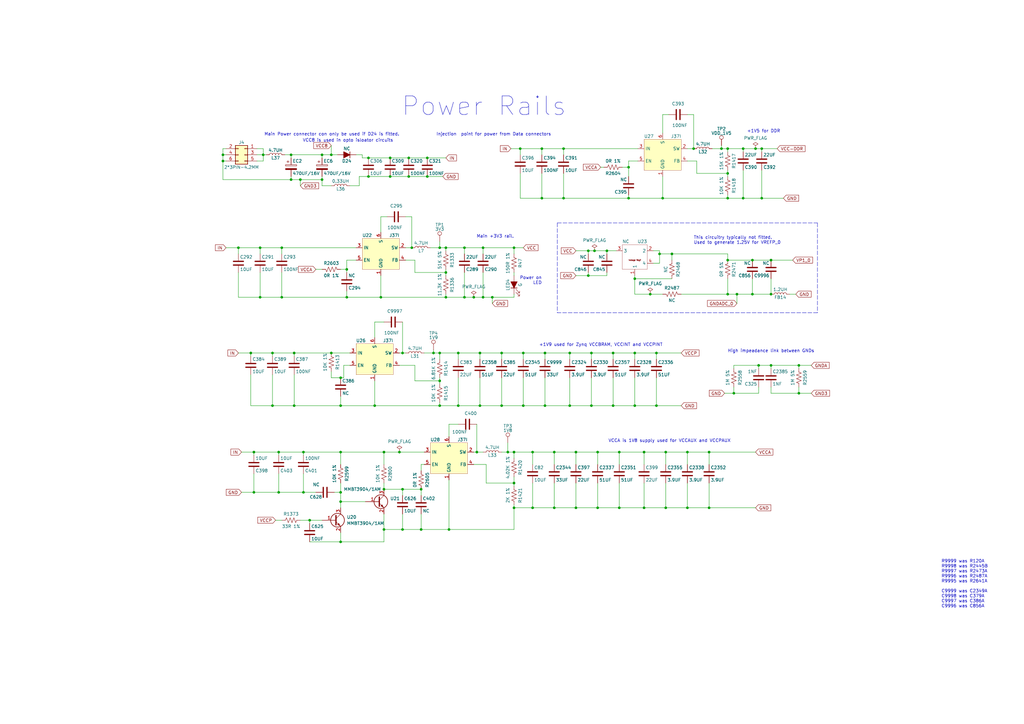
<source format=kicad_sch>
(kicad_sch (version 20210126) (generator eeschema)
  (paper "A3")
  (title_block (title "EBAZ4205 Schematic rebuild.") (date "2021-02-15") (rev "V004") (comment 1 "Some schematic symbols have been eeditted to clear DRC errors") (comment 2 "Extra PWR_FLAGS have been added to clear DRC errors") (comment 3 "Kicad does not allow refs like RxxxA some some devices have been renumbered"))
  (junction (at 91.44 63.5) (diameter 0.9144))
  (junction (at 91.44 66.04) (diameter 0.9144))
  (junction (at 97.79 101.6) (diameter 0.9144))
  (junction (at 102.87 144.78) (diameter 0.9144))
  (junction (at 104.14 185.42) (diameter 0.9144))
  (junction (at 104.14 201.93) (diameter 0.9144))
  (junction (at 106.68 101.6) (diameter 0.9144))
  (junction (at 106.68 121.92) (diameter 0.9144))
  (junction (at 107.95 63.5) (diameter 0.9144))
  (junction (at 111.76 144.78) (diameter 0.9144))
  (junction (at 111.76 166.37) (diameter 0.9144))
  (junction (at 114.3 185.42) (diameter 0.9144))
  (junction (at 114.3 201.93) (diameter 0.9144))
  (junction (at 115.57 101.6) (diameter 0.9144))
  (junction (at 115.57 121.92) (diameter 0.9144))
  (junction (at 119.38 63.5) (diameter 0.9144))
  (junction (at 119.38 73.66) (diameter 0.9144))
  (junction (at 120.65 144.78) (diameter 0.9144))
  (junction (at 120.65 166.37) (diameter 0.9144))
  (junction (at 123.19 73.66) (diameter 0.9144))
  (junction (at 124.46 185.42) (diameter 0.9144))
  (junction (at 124.46 201.93) (diameter 0.9144))
  (junction (at 127 213.36) (diameter 0.9144))
  (junction (at 132.08 63.5) (diameter 0.9144))
  (junction (at 132.08 73.66) (diameter 0.9144))
  (junction (at 135.89 63.5) (diameter 0.9144))
  (junction (at 135.89 144.78) (diameter 0.9144))
  (junction (at 139.7 154.94) (diameter 0.9144))
  (junction (at 139.7 166.37) (diameter 0.9144))
  (junction (at 139.7 185.42) (diameter 0.9144))
  (junction (at 139.7 201.93) (diameter 0.9144))
  (junction (at 139.7 205.74) (diameter 0.9144))
  (junction (at 139.7 222.25) (diameter 0.9144))
  (junction (at 142.24 110.49) (diameter 0.9144))
  (junction (at 142.24 121.92) (diameter 0.9144))
  (junction (at 151.13 64.77) (diameter 0.9144))
  (junction (at 151.13 72.39) (diameter 0.9144))
  (junction (at 153.67 166.37) (diameter 0.9144))
  (junction (at 156.21 121.92) (diameter 0.9144))
  (junction (at 157.48 185.42) (diameter 0.9144))
  (junction (at 157.48 200.66) (diameter 0.9144))
  (junction (at 157.48 217.17) (diameter 0.9144))
  (junction (at 160.02 64.77) (diameter 0.9144))
  (junction (at 160.02 72.39) (diameter 0.9144))
  (junction (at 163.83 185.42) (diameter 0.9144))
  (junction (at 165.1 144.78) (diameter 0.9144))
  (junction (at 165.1 200.66) (diameter 0.9144))
  (junction (at 165.1 217.17) (diameter 0.9144))
  (junction (at 167.64 64.77) (diameter 0.9144))
  (junction (at 167.64 72.39) (diameter 0.9144))
  (junction (at 168.91 101.6) (diameter 0.9144))
  (junction (at 172.72 200.66) (diameter 0.9144))
  (junction (at 172.72 217.17) (diameter 0.9144))
  (junction (at 175.26 64.77) (diameter 0.9144))
  (junction (at 175.26 72.39) (diameter 0.9144))
  (junction (at 177.8 144.78) (diameter 0.9144))
  (junction (at 180.34 101.6) (diameter 0.9144))
  (junction (at 180.34 144.78) (diameter 0.9144))
  (junction (at 180.34 156.21) (diameter 0.9144))
  (junction (at 180.34 166.37) (diameter 0.9144))
  (junction (at 182.88 101.6) (diameter 0.9144))
  (junction (at 182.88 111.76) (diameter 0.9144))
  (junction (at 182.88 121.92) (diameter 0.9144))
  (junction (at 184.15 217.17) (diameter 0.9144))
  (junction (at 187.96 144.78) (diameter 0.9144))
  (junction (at 187.96 166.37) (diameter 0.9144))
  (junction (at 190.5 101.6) (diameter 0.9144))
  (junction (at 190.5 121.92) (diameter 0.9144))
  (junction (at 194.31 121.92) (diameter 0.9144))
  (junction (at 195.58 185.42) (diameter 0.9144))
  (junction (at 196.85 144.78) (diameter 0.9144))
  (junction (at 196.85 166.37) (diameter 0.9144))
  (junction (at 198.12 101.6) (diameter 0.9144))
  (junction (at 198.12 121.92) (diameter 0.9144))
  (junction (at 201.93 121.92) (diameter 0.9144))
  (junction (at 205.74 144.78) (diameter 0.9144))
  (junction (at 205.74 166.37) (diameter 0.9144))
  (junction (at 208.28 185.42) (diameter 0.9144))
  (junction (at 210.82 101.6) (diameter 0.9144))
  (junction (at 210.82 185.42) (diameter 0.9144))
  (junction (at 210.82 198.12) (diameter 0.9144))
  (junction (at 210.82 208.28) (diameter 0.9144))
  (junction (at 213.36 60.96) (diameter 0.9144))
  (junction (at 214.63 144.78) (diameter 0.9144))
  (junction (at 214.63 166.37) (diameter 0.9144))
  (junction (at 218.44 185.42) (diameter 0.9144))
  (junction (at 218.44 208.28) (diameter 0.9144))
  (junction (at 222.25 60.96) (diameter 0.9144))
  (junction (at 222.25 81.28) (diameter 0.9144))
  (junction (at 223.52 144.78) (diameter 0.9144))
  (junction (at 223.52 166.37) (diameter 0.9144))
  (junction (at 227.33 185.42) (diameter 0.9144))
  (junction (at 227.33 208.28) (diameter 0.9144))
  (junction (at 231.14 60.96) (diameter 0.9144))
  (junction (at 231.14 81.28) (diameter 0.9144))
  (junction (at 233.68 144.78) (diameter 0.9144))
  (junction (at 233.68 166.37) (diameter 0.9144))
  (junction (at 236.22 185.42) (diameter 0.9144))
  (junction (at 236.22 208.28) (diameter 0.9144))
  (junction (at 241.3 102.87) (diameter 0.9144))
  (junction (at 241.3 113.03) (diameter 0.9144))
  (junction (at 242.57 144.78) (diameter 0.9144))
  (junction (at 242.57 166.37) (diameter 0.9144))
  (junction (at 243.84 102.87) (diameter 0.9144))
  (junction (at 245.11 185.42) (diameter 0.9144))
  (junction (at 245.11 208.28) (diameter 0.9144))
  (junction (at 248.92 102.87) (diameter 0.9144))
  (junction (at 251.46 144.78) (diameter 0.9144))
  (junction (at 251.46 166.37) (diameter 0.9144))
  (junction (at 254 185.42) (diameter 0.9144))
  (junction (at 254 208.28) (diameter 0.9144))
  (junction (at 257.81 68.58) (diameter 0.9144))
  (junction (at 257.81 81.28) (diameter 0.9144))
  (junction (at 260.35 114.3) (diameter 0.9144))
  (junction (at 260.35 144.78) (diameter 0.9144))
  (junction (at 260.35 166.37) (diameter 0.9144))
  (junction (at 264.16 185.42) (diameter 0.9144))
  (junction (at 264.16 208.28) (diameter 0.9144))
  (junction (at 266.7 120.65) (diameter 0.9144))
  (junction (at 269.24 144.78) (diameter 0.9144))
  (junction (at 269.24 166.37) (diameter 0.9144))
  (junction (at 270.51 104.14) (diameter 0.9144))
  (junction (at 271.78 81.28) (diameter 0.9144))
  (junction (at 273.05 185.42) (diameter 0.9144))
  (junction (at 273.05 208.28) (diameter 0.9144))
  (junction (at 275.59 104.14) (diameter 0.9144))
  (junction (at 281.94 185.42) (diameter 0.9144))
  (junction (at 281.94 208.28) (diameter 0.9144))
  (junction (at 284.48 60.96) (diameter 0.9144))
  (junction (at 290.83 185.42) (diameter 0.9144))
  (junction (at 290.83 208.28) (diameter 0.9144))
  (junction (at 295.91 60.96) (diameter 0.9144))
  (junction (at 298.45 60.96) (diameter 0.9144))
  (junction (at 298.45 71.12) (diameter 0.9144))
  (junction (at 298.45 81.28) (diameter 0.9144))
  (junction (at 298.45 106.68) (diameter 0.9144))
  (junction (at 298.45 120.65) (diameter 0.9144))
  (junction (at 300.99 161.29) (diameter 0.9144))
  (junction (at 302.26 120.65) (diameter 0.9144))
  (junction (at 304.8 60.96) (diameter 0.9144))
  (junction (at 304.8 81.28) (diameter 0.9144))
  (junction (at 308.61 106.68) (diameter 0.9144))
  (junction (at 308.61 120.65) (diameter 0.9144))
  (junction (at 309.88 60.96) (diameter 0.9144))
  (junction (at 311.15 149.86) (diameter 0.9144))
  (junction (at 312.42 60.96) (diameter 0.9144))
  (junction (at 312.42 81.28) (diameter 0.9144))
  (junction (at 316.23 106.68) (diameter 0.9144))
  (junction (at 316.23 120.65) (diameter 0.9144))
  (junction (at 316.23 149.86) (diameter 0.9144))
  (junction (at 327.66 149.86) (diameter 0.9144))
  (junction (at 327.66 161.29) (diameter 0.9144))
  (wire (pts (xy 91.44 60.96) (xy 91.44 63.5)))
  (wire (pts (xy 91.44 63.5) (xy 92.71 63.5)))
  (wire (pts (xy 91.44 66.04) (xy 91.44 63.5)))
  (wire (pts (xy 91.44 66.04) (xy 91.44 73.66)))
  (wire (pts (xy 92.71 60.96) (xy 91.44 60.96)))
  (wire (pts (xy 92.71 66.04) (xy 91.44 66.04)))
  (wire (pts (xy 97.79 101.6) (xy 92.71 101.6)))
  (wire (pts (xy 97.79 104.14) (xy 97.79 101.6)))
  (wire (pts (xy 97.79 121.92) (xy 97.79 111.76)))
  (wire (pts (xy 97.79 121.92) (xy 106.68 121.92)))
  (wire (pts (xy 97.79 144.78) (xy 102.87 144.78)))
  (wire (pts (xy 99.06 185.42) (xy 104.14 185.42)))
  (wire (pts (xy 99.06 201.93) (xy 104.14 201.93)))
  (wire (pts (xy 102.87 144.78) (xy 102.87 146.05)))
  (wire (pts (xy 102.87 144.78) (xy 111.76 144.78)))
  (wire (pts (xy 102.87 153.67) (xy 102.87 166.37)))
  (wire (pts (xy 102.87 166.37) (xy 111.76 166.37)))
  (wire (pts (xy 104.14 185.42) (xy 104.14 186.69)))
  (wire (pts (xy 104.14 185.42) (xy 114.3 185.42)))
  (wire (pts (xy 104.14 194.31) (xy 104.14 201.93)))
  (wire (pts (xy 104.14 201.93) (xy 114.3 201.93)))
  (wire (pts (xy 105.41 60.96) (xy 107.95 60.96)))
  (wire (pts (xy 105.41 63.5) (xy 107.95 63.5)))
  (wire (pts (xy 106.68 101.6) (xy 97.79 101.6)))
  (wire (pts (xy 106.68 104.14) (xy 106.68 101.6)))
  (wire (pts (xy 106.68 111.76) (xy 106.68 121.92)))
  (wire (pts (xy 106.68 121.92) (xy 115.57 121.92)))
  (wire (pts (xy 107.95 60.96) (xy 107.95 63.5)))
  (wire (pts (xy 107.95 63.5) (xy 107.95 66.04)))
  (wire (pts (xy 107.95 63.5) (xy 109.22 63.5)))
  (wire (pts (xy 107.95 66.04) (xy 105.41 66.04)))
  (wire (pts (xy 111.76 144.78) (xy 111.76 146.05)))
  (wire (pts (xy 111.76 144.78) (xy 120.65 144.78)))
  (wire (pts (xy 111.76 153.67) (xy 111.76 166.37)))
  (wire (pts (xy 111.76 166.37) (xy 120.65 166.37)))
  (wire (pts (xy 113.03 213.36) (xy 115.57 213.36)))
  (wire (pts (xy 114.3 185.42) (xy 114.3 186.69)))
  (wire (pts (xy 114.3 185.42) (xy 124.46 185.42)))
  (wire (pts (xy 114.3 194.31) (xy 114.3 201.93)))
  (wire (pts (xy 115.57 101.6) (xy 106.68 101.6)))
  (wire (pts (xy 115.57 101.6) (xy 115.57 104.14)))
  (wire (pts (xy 115.57 111.76) (xy 115.57 121.92)))
  (wire (pts (xy 115.57 121.92) (xy 142.24 121.92)))
  (wire (pts (xy 116.84 63.5) (xy 119.38 63.5)))
  (wire (pts (xy 119.38 63.5) (xy 119.38 64.77)))
  (wire (pts (xy 119.38 63.5) (xy 132.08 63.5)))
  (wire (pts (xy 119.38 73.66) (xy 91.44 73.66)))
  (wire (pts (xy 119.38 73.66) (xy 119.38 72.39)))
  (wire (pts (xy 120.65 144.78) (xy 120.65 146.05)))
  (wire (pts (xy 120.65 144.78) (xy 135.89 144.78)))
  (wire (pts (xy 120.65 153.67) (xy 120.65 166.37)))
  (wire (pts (xy 120.65 166.37) (xy 139.7 166.37)))
  (wire (pts (xy 123.19 73.66) (xy 119.38 73.66)))
  (wire (pts (xy 123.19 73.66) (xy 123.19 76.2)))
  (wire (pts (xy 123.19 213.36) (xy 127 213.36)))
  (wire (pts (xy 124.46 185.42) (xy 124.46 186.69)))
  (wire (pts (xy 124.46 185.42) (xy 139.7 185.42)))
  (wire (pts (xy 124.46 194.31) (xy 124.46 201.93)))
  (wire (pts (xy 124.46 201.93) (xy 114.3 201.93)))
  (wire (pts (xy 124.46 201.93) (xy 129.54 201.93)))
  (wire (pts (xy 127 213.36) (xy 127 214.63)))
  (wire (pts (xy 127 213.36) (xy 132.08 213.36)))
  (wire (pts (xy 127 222.25) (xy 139.7 222.25)))
  (wire (pts (xy 129.54 110.49) (xy 132.08 110.49)))
  (wire (pts (xy 132.08 63.5) (xy 132.08 64.77)))
  (wire (pts (xy 132.08 72.39) (xy 132.08 73.66)))
  (wire (pts (xy 132.08 73.66) (xy 123.19 73.66)))
  (wire (pts (xy 132.08 73.66) (xy 132.08 76.2)))
  (wire (pts (xy 135.89 59.69) (xy 135.89 63.5)))
  (wire (pts (xy 135.89 63.5) (xy 132.08 63.5)))
  (wire (pts (xy 135.89 63.5) (xy 138.43 63.5)))
  (wire (pts (xy 135.89 76.2) (xy 132.08 76.2)))
  (wire (pts (xy 135.89 144.78) (xy 143.51 144.78)))
  (wire (pts (xy 135.89 152.4) (xy 135.89 154.94)))
  (wire (pts (xy 135.89 154.94) (xy 139.7 154.94)))
  (wire (pts (xy 137.16 201.93) (xy 139.7 201.93)))
  (wire (pts (xy 139.7 110.49) (xy 142.24 110.49)))
  (wire (pts (xy 139.7 162.56) (xy 139.7 166.37)))
  (wire (pts (xy 139.7 166.37) (xy 153.67 166.37)))
  (wire (pts (xy 139.7 185.42) (xy 139.7 190.5)))
  (wire (pts (xy 139.7 198.12) (xy 139.7 201.93)))
  (wire (pts (xy 139.7 201.93) (xy 139.7 205.74)))
  (wire (pts (xy 139.7 205.74) (xy 139.7 208.28)))
  (wire (pts (xy 139.7 205.74) (xy 149.86 205.74)))
  (wire (pts (xy 139.7 218.44) (xy 139.7 222.25)))
  (wire (pts (xy 139.7 222.25) (xy 157.48 222.25)))
  (wire (pts (xy 140.97 149.86) (xy 140.97 154.94)))
  (wire (pts (xy 140.97 154.94) (xy 139.7 154.94)))
  (wire (pts (xy 142.24 106.68) (xy 142.24 110.49)))
  (wire (pts (xy 142.24 110.49) (xy 142.24 111.76)))
  (wire (pts (xy 142.24 119.38) (xy 142.24 121.92)))
  (wire (pts (xy 142.24 121.92) (xy 156.21 121.92)))
  (wire (pts (xy 143.51 76.2) (xy 147.32 76.2)))
  (wire (pts (xy 143.51 149.86) (xy 140.97 149.86)))
  (wire (pts (xy 146.05 63.5) (xy 148.59 63.5)))
  (wire (pts (xy 146.05 101.6) (xy 115.57 101.6)))
  (wire (pts (xy 146.05 106.68) (xy 142.24 106.68)))
  (wire (pts (xy 147.32 72.39) (xy 151.13 72.39)))
  (wire (pts (xy 147.32 76.2) (xy 147.32 72.39)))
  (wire (pts (xy 148.59 64.77) (xy 148.59 63.5)))
  (wire (pts (xy 151.13 64.77) (xy 148.59 64.77)))
  (wire (pts (xy 151.13 72.39) (xy 160.02 72.39)))
  (wire (pts (xy 153.67 132.08) (xy 153.67 138.43)))
  (wire (pts (xy 153.67 156.21) (xy 153.67 166.37)))
  (wire (pts (xy 153.67 166.37) (xy 180.34 166.37)))
  (wire (pts (xy 156.21 88.9) (xy 156.21 95.25)))
  (wire (pts (xy 156.21 113.03) (xy 156.21 121.92)))
  (wire (pts (xy 156.21 121.92) (xy 182.88 121.92)))
  (wire (pts (xy 157.48 132.08) (xy 153.67 132.08)))
  (wire (pts (xy 157.48 185.42) (xy 139.7 185.42)))
  (wire (pts (xy 157.48 185.42) (xy 157.48 190.5)))
  (wire (pts (xy 157.48 198.12) (xy 157.48 200.66)))
  (wire (pts (xy 157.48 200.66) (xy 165.1 200.66)))
  (wire (pts (xy 157.48 210.82) (xy 157.48 217.17)))
  (wire (pts (xy 157.48 217.17) (xy 165.1 217.17)))
  (wire (pts (xy 157.48 222.25) (xy 157.48 217.17)))
  (wire (pts (xy 158.75 88.9) (xy 156.21 88.9)))
  (wire (pts (xy 160.02 64.77) (xy 151.13 64.77)))
  (wire (pts (xy 160.02 72.39) (xy 167.64 72.39)))
  (wire (pts (xy 163.83 144.78) (xy 165.1 144.78)))
  (wire (pts (xy 163.83 149.86) (xy 170.18 149.86)))
  (wire (pts (xy 163.83 185.42) (xy 157.48 185.42)))
  (wire (pts (xy 165.1 132.08) (xy 165.1 144.78)))
  (wire (pts (xy 165.1 144.78) (xy 166.37 144.78)))
  (wire (pts (xy 165.1 200.66) (xy 165.1 203.2)))
  (wire (pts (xy 165.1 200.66) (xy 172.72 200.66)))
  (wire (pts (xy 165.1 210.82) (xy 165.1 217.17)))
  (wire (pts (xy 165.1 217.17) (xy 172.72 217.17)))
  (wire (pts (xy 166.37 88.9) (xy 168.91 88.9)))
  (wire (pts (xy 167.64 64.77) (xy 160.02 64.77)))
  (wire (pts (xy 167.64 72.39) (xy 175.26 72.39)))
  (wire (pts (xy 168.91 88.9) (xy 168.91 101.6)))
  (wire (pts (xy 168.91 101.6) (xy 166.37 101.6)))
  (wire (pts (xy 170.18 106.68) (xy 166.37 106.68)))
  (wire (pts (xy 170.18 106.68) (xy 170.18 111.76)))
  (wire (pts (xy 170.18 111.76) (xy 182.88 111.76)))
  (wire (pts (xy 170.18 149.86) (xy 170.18 156.21)))
  (wire (pts (xy 170.18 156.21) (xy 180.34 156.21)))
  (wire (pts (xy 172.72 190.5) (xy 172.72 193.04)))
  (wire (pts (xy 172.72 200.66) (xy 172.72 203.2)))
  (wire (pts (xy 172.72 217.17) (xy 172.72 210.82)))
  (wire (pts (xy 173.99 144.78) (xy 177.8 144.78)))
  (wire (pts (xy 173.99 185.42) (xy 163.83 185.42)))
  (wire (pts (xy 173.99 190.5) (xy 172.72 190.5)))
  (wire (pts (xy 175.26 64.77) (xy 167.64 64.77)))
  (wire (pts (xy 175.26 72.39) (xy 181.61 72.39)))
  (wire (pts (xy 176.53 101.6) (xy 180.34 101.6)))
  (wire (pts (xy 177.8 143.51) (xy 177.8 144.78)))
  (wire (pts (xy 180.34 99.06) (xy 180.34 101.6)))
  (wire (pts (xy 180.34 101.6) (xy 182.88 101.6)))
  (wire (pts (xy 180.34 144.78) (xy 177.8 144.78)))
  (wire (pts (xy 180.34 144.78) (xy 180.34 147.32)))
  (wire (pts (xy 180.34 144.78) (xy 187.96 144.78)))
  (wire (pts (xy 180.34 154.94) (xy 180.34 156.21)))
  (wire (pts (xy 180.34 156.21) (xy 180.34 157.48)))
  (wire (pts (xy 180.34 166.37) (xy 180.34 165.1)))
  (wire (pts (xy 182.88 64.77) (xy 175.26 64.77)))
  (wire (pts (xy 182.88 101.6) (xy 182.88 102.87)))
  (wire (pts (xy 182.88 101.6) (xy 190.5 101.6)))
  (wire (pts (xy 182.88 110.49) (xy 182.88 111.76)))
  (wire (pts (xy 182.88 111.76) (xy 182.88 113.03)))
  (wire (pts (xy 182.88 121.92) (xy 182.88 120.65)))
  (wire (pts (xy 182.88 121.92) (xy 190.5 121.92)))
  (wire (pts (xy 184.15 173.99) (xy 184.15 179.07)))
  (wire (pts (xy 184.15 196.85) (xy 184.15 217.17)))
  (wire (pts (xy 184.15 217.17) (xy 172.72 217.17)))
  (wire (pts (xy 184.15 217.17) (xy 210.82 217.17)))
  (wire (pts (xy 187.96 144.78) (xy 187.96 147.32)))
  (wire (pts (xy 187.96 144.78) (xy 196.85 144.78)))
  (wire (pts (xy 187.96 154.94) (xy 187.96 166.37)))
  (wire (pts (xy 187.96 166.37) (xy 180.34 166.37)))
  (wire (pts (xy 187.96 173.99) (xy 184.15 173.99)))
  (wire (pts (xy 190.5 101.6) (xy 190.5 104.14)))
  (wire (pts (xy 190.5 101.6) (xy 198.12 101.6)))
  (wire (pts (xy 190.5 111.76) (xy 190.5 121.92)))
  (wire (pts (xy 190.5 121.92) (xy 194.31 121.92)))
  (wire (pts (xy 194.31 121.92) (xy 198.12 121.92)))
  (wire (pts (xy 194.31 185.42) (xy 195.58 185.42)))
  (wire (pts (xy 194.31 190.5) (xy 199.39 190.5)))
  (wire (pts (xy 195.58 173.99) (xy 195.58 185.42)))
  (wire (pts (xy 195.58 185.42) (xy 198.12 185.42)))
  (wire (pts (xy 196.85 144.78) (xy 196.85 147.32)))
  (wire (pts (xy 196.85 144.78) (xy 205.74 144.78)))
  (wire (pts (xy 196.85 154.94) (xy 196.85 166.37)))
  (wire (pts (xy 196.85 166.37) (xy 187.96 166.37)))
  (wire (pts (xy 198.12 101.6) (xy 198.12 104.14)))
  (wire (pts (xy 198.12 101.6) (xy 210.82 101.6)))
  (wire (pts (xy 198.12 111.76) (xy 198.12 121.92)))
  (wire (pts (xy 198.12 121.92) (xy 201.93 121.92)))
  (wire (pts (xy 199.39 190.5) (xy 199.39 198.12)))
  (wire (pts (xy 199.39 198.12) (xy 210.82 198.12)))
  (wire (pts (xy 201.93 121.92) (xy 201.93 124.46)))
  (wire (pts (xy 201.93 121.92) (xy 210.82 121.92)))
  (wire (pts (xy 205.74 144.78) (xy 205.74 147.32)))
  (wire (pts (xy 205.74 144.78) (xy 214.63 144.78)))
  (wire (pts (xy 205.74 154.94) (xy 205.74 166.37)))
  (wire (pts (xy 205.74 166.37) (xy 196.85 166.37)))
  (wire (pts (xy 205.74 185.42) (xy 208.28 185.42)))
  (wire (pts (xy 208.28 181.61) (xy 208.28 185.42)))
  (wire (pts (xy 208.28 185.42) (xy 210.82 185.42)))
  (wire (pts (xy 209.55 60.96) (xy 213.36 60.96)))
  (wire (pts (xy 210.82 101.6) (xy 210.82 104.14)))
  (wire (pts (xy 210.82 101.6) (xy 214.63 101.6)))
  (wire (pts (xy 210.82 111.76) (xy 210.82 113.03)))
  (wire (pts (xy 210.82 121.92) (xy 210.82 120.65)))
  (wire (pts (xy 210.82 185.42) (xy 218.44 185.42)))
  (wire (pts (xy 210.82 187.96) (xy 210.82 185.42)))
  (wire (pts (xy 210.82 195.58) (xy 210.82 198.12)))
  (wire (pts (xy 210.82 198.12) (xy 210.82 199.39)))
  (wire (pts (xy 210.82 207.01) (xy 210.82 208.28)))
  (wire (pts (xy 210.82 208.28) (xy 218.44 208.28)))
  (wire (pts (xy 210.82 217.17) (xy 210.82 208.28)))
  (wire (pts (xy 213.36 60.96) (xy 213.36 63.5)))
  (wire (pts (xy 213.36 71.12) (xy 213.36 81.28)))
  (wire (pts (xy 213.36 81.28) (xy 222.25 81.28)))
  (wire (pts (xy 214.63 144.78) (xy 214.63 147.32)))
  (wire (pts (xy 214.63 154.94) (xy 214.63 166.37)))
  (wire (pts (xy 214.63 166.37) (xy 205.74 166.37)))
  (wire (pts (xy 218.44 185.42) (xy 218.44 190.5)))
  (wire (pts (xy 218.44 208.28) (xy 218.44 198.12)))
  (wire (pts (xy 218.44 208.28) (xy 227.33 208.28)))
  (wire (pts (xy 222.25 60.96) (xy 213.36 60.96)))
  (wire (pts (xy 222.25 60.96) (xy 222.25 63.5)))
  (wire (pts (xy 222.25 60.96) (xy 231.14 60.96)))
  (wire (pts (xy 222.25 71.12) (xy 222.25 81.28)))
  (wire (pts (xy 222.25 81.28) (xy 231.14 81.28)))
  (wire (pts (xy 223.52 144.78) (xy 214.63 144.78)))
  (wire (pts (xy 223.52 144.78) (xy 223.52 147.32)))
  (wire (pts (xy 223.52 144.78) (xy 233.68 144.78)))
  (wire (pts (xy 223.52 154.94) (xy 223.52 166.37)))
  (wire (pts (xy 223.52 166.37) (xy 214.63 166.37)))
  (wire (pts (xy 227.33 185.42) (xy 218.44 185.42)))
  (wire (pts (xy 227.33 185.42) (xy 227.33 190.5)))
  (wire (pts (xy 227.33 198.12) (xy 227.33 208.28)))
  (wire (pts (xy 227.33 208.28) (xy 236.22 208.28)))
  (wire (pts (xy 231.14 60.96) (xy 231.14 63.5)))
  (wire (pts (xy 231.14 60.96) (xy 261.62 60.96)))
  (wire (pts (xy 231.14 71.12) (xy 231.14 81.28)))
  (wire (pts (xy 231.14 81.28) (xy 257.81 81.28)))
  (wire (pts (xy 233.68 144.78) (xy 233.68 147.32)))
  (wire (pts (xy 233.68 144.78) (xy 242.57 144.78)))
  (wire (pts (xy 233.68 154.94) (xy 233.68 166.37)))
  (wire (pts (xy 233.68 166.37) (xy 223.52 166.37)))
  (wire (pts (xy 236.22 113.03) (xy 241.3 113.03)))
  (wire (pts (xy 236.22 185.42) (xy 227.33 185.42)))
  (wire (pts (xy 236.22 185.42) (xy 236.22 190.5)))
  (wire (pts (xy 236.22 198.12) (xy 236.22 208.28)))
  (wire (pts (xy 236.22 208.28) (xy 245.11 208.28)))
  (wire (pts (xy 241.3 102.87) (xy 236.22 102.87)))
  (wire (pts (xy 241.3 102.87) (xy 241.3 104.14)))
  (wire (pts (xy 241.3 111.76) (xy 241.3 113.03)))
  (wire (pts (xy 241.3 113.03) (xy 248.92 113.03)))
  (wire (pts (xy 242.57 144.78) (xy 242.57 147.32)))
  (wire (pts (xy 242.57 154.94) (xy 242.57 166.37)))
  (wire (pts (xy 242.57 166.37) (xy 233.68 166.37)))
  (wire (pts (xy 242.57 166.37) (xy 251.46 166.37)))
  (wire (pts (xy 243.84 102.87) (xy 241.3 102.87)))
  (wire (pts (xy 245.11 185.42) (xy 236.22 185.42)))
  (wire (pts (xy 245.11 185.42) (xy 245.11 190.5)))
  (wire (pts (xy 245.11 198.12) (xy 245.11 208.28)))
  (wire (pts (xy 245.11 208.28) (xy 254 208.28)))
  (wire (pts (xy 246.38 68.58) (xy 247.65 68.58)))
  (wire (pts (xy 248.92 102.87) (xy 243.84 102.87)))
  (wire (pts (xy 248.92 102.87) (xy 248.92 104.14)))
  (wire (pts (xy 248.92 113.03) (xy 248.92 111.76)))
  (wire (pts (xy 251.46 144.78) (xy 242.57 144.78)))
  (wire (pts (xy 251.46 144.78) (xy 251.46 147.32)))
  (wire (pts (xy 251.46 154.94) (xy 251.46 166.37)))
  (wire (pts (xy 251.46 166.37) (xy 260.35 166.37)))
  (wire (pts (xy 252.73 102.87) (xy 248.92 102.87)))
  (wire (pts (xy 254 185.42) (xy 245.11 185.42)))
  (wire (pts (xy 254 185.42) (xy 254 190.5)))
  (wire (pts (xy 254 198.12) (xy 254 208.28)))
  (wire (pts (xy 254 208.28) (xy 264.16 208.28)))
  (wire (pts (xy 255.27 68.58) (xy 257.81 68.58)))
  (wire (pts (xy 257.81 66.04) (xy 257.81 68.58)))
  (wire (pts (xy 257.81 68.58) (xy 257.81 72.39)))
  (wire (pts (xy 257.81 81.28) (xy 257.81 80.01)))
  (wire (pts (xy 260.35 113.03) (xy 260.35 114.3)))
  (wire (pts (xy 260.35 114.3) (xy 275.59 114.3)))
  (wire (pts (xy 260.35 120.65) (xy 260.35 114.3)))
  (wire (pts (xy 260.35 144.78) (xy 251.46 144.78)))
  (wire (pts (xy 260.35 144.78) (xy 260.35 147.32)))
  (wire (pts (xy 260.35 144.78) (xy 269.24 144.78)))
  (wire (pts (xy 260.35 154.94) (xy 260.35 166.37)))
  (wire (pts (xy 260.35 166.37) (xy 269.24 166.37)))
  (wire (pts (xy 261.62 66.04) (xy 257.81 66.04)))
  (wire (pts (xy 264.16 185.42) (xy 254 185.42)))
  (wire (pts (xy 264.16 185.42) (xy 264.16 190.5)))
  (wire (pts (xy 264.16 198.12) (xy 264.16 208.28)))
  (wire (pts (xy 264.16 208.28) (xy 273.05 208.28)))
  (wire (pts (xy 266.7 120.65) (xy 260.35 120.65)))
  (wire (pts (xy 267.97 107.95) (xy 270.51 107.95)))
  (wire (pts (xy 269.24 144.78) (xy 269.24 147.32)))
  (wire (pts (xy 269.24 144.78) (xy 279.4 144.78)))
  (wire (pts (xy 269.24 154.94) (xy 269.24 166.37)))
  (wire (pts (xy 269.24 166.37) (xy 279.4 166.37)))
  (wire (pts (xy 270.51 102.87) (xy 267.97 102.87)))
  (wire (pts (xy 270.51 102.87) (xy 270.51 104.14)))
  (wire (pts (xy 270.51 104.14) (xy 270.51 107.95)))
  (wire (pts (xy 270.51 104.14) (xy 275.59 104.14)))
  (wire (pts (xy 271.78 46.99) (xy 271.78 54.61)))
  (wire (pts (xy 271.78 72.39) (xy 271.78 81.28)))
  (wire (pts (xy 271.78 81.28) (xy 257.81 81.28)))
  (wire (pts (xy 271.78 81.28) (xy 298.45 81.28)))
  (wire (pts (xy 271.78 120.65) (xy 266.7 120.65)))
  (wire (pts (xy 273.05 185.42) (xy 264.16 185.42)))
  (wire (pts (xy 273.05 185.42) (xy 273.05 190.5)))
  (wire (pts (xy 273.05 198.12) (xy 273.05 208.28)))
  (wire (pts (xy 273.05 208.28) (xy 281.94 208.28)))
  (wire (pts (xy 274.32 46.99) (xy 271.78 46.99)))
  (wire (pts (xy 275.59 104.14) (xy 275.59 106.68)))
  (wire (pts (xy 275.59 104.14) (xy 298.45 104.14)))
  (wire (pts (xy 279.4 120.65) (xy 298.45 120.65)))
  (wire (pts (xy 281.94 46.99) (xy 284.48 46.99)))
  (wire (pts (xy 281.94 60.96) (xy 284.48 60.96)))
  (wire (pts (xy 281.94 185.42) (xy 273.05 185.42)))
  (wire (pts (xy 281.94 185.42) (xy 281.94 190.5)))
  (wire (pts (xy 281.94 198.12) (xy 281.94 208.28)))
  (wire (pts (xy 284.48 46.99) (xy 284.48 60.96)))
  (wire (pts (xy 285.75 66.04) (xy 281.94 66.04)))
  (wire (pts (xy 285.75 66.04) (xy 285.75 71.12)))
  (wire (pts (xy 285.75 71.12) (xy 298.45 71.12)))
  (wire (pts (xy 290.83 185.42) (xy 281.94 185.42)))
  (wire (pts (xy 290.83 185.42) (xy 309.88 185.42)))
  (wire (pts (xy 290.83 190.5) (xy 290.83 185.42)))
  (wire (pts (xy 290.83 198.12) (xy 290.83 208.28)))
  (wire (pts (xy 290.83 208.28) (xy 281.94 208.28)))
  (wire (pts (xy 290.83 208.28) (xy 309.88 208.28)))
  (wire (pts (xy 292.1 60.96) (xy 295.91 60.96)))
  (wire (pts (xy 295.91 59.69) (xy 295.91 60.96)))
  (wire (pts (xy 297.18 161.29) (xy 300.99 161.29)))
  (wire (pts (xy 298.45 60.96) (xy 295.91 60.96)))
  (wire (pts (xy 298.45 60.96) (xy 298.45 62.23)))
  (wire (pts (xy 298.45 60.96) (xy 304.8 60.96)))
  (wire (pts (xy 298.45 69.85) (xy 298.45 71.12)))
  (wire (pts (xy 298.45 71.12) (xy 298.45 72.39)))
  (wire (pts (xy 298.45 81.28) (xy 298.45 80.01)))
  (wire (pts (xy 298.45 106.68) (xy 298.45 104.14)))
  (wire (pts (xy 298.45 114.3) (xy 298.45 120.65)))
  (wire (pts (xy 300.99 149.86) (xy 311.15 149.86)))
  (wire (pts (xy 300.99 151.13) (xy 300.99 149.86)))
  (wire (pts (xy 300.99 158.75) (xy 300.99 161.29)))
  (wire (pts (xy 300.99 161.29) (xy 311.15 161.29)))
  (wire (pts (xy 302.26 120.65) (xy 298.45 120.65)))
  (wire (pts (xy 302.26 120.65) (xy 302.26 124.46)))
  (wire (pts (xy 304.8 62.23) (xy 304.8 60.96)))
  (wire (pts (xy 304.8 69.85) (xy 304.8 81.28)))
  (wire (pts (xy 304.8 81.28) (xy 298.45 81.28)))
  (wire (pts (xy 308.61 106.68) (xy 298.45 106.68)))
  (wire (pts (xy 308.61 114.3) (xy 308.61 120.65)))
  (wire (pts (xy 308.61 120.65) (xy 302.26 120.65)))
  (wire (pts (xy 309.88 60.96) (xy 304.8 60.96)))
  (wire (pts (xy 309.88 60.96) (xy 312.42 60.96)))
  (wire (pts (xy 311.15 149.86) (xy 311.15 151.13)))
  (wire (pts (xy 311.15 161.29) (xy 311.15 158.75)))
  (wire (pts (xy 312.42 60.96) (xy 318.77 60.96)))
  (wire (pts (xy 312.42 62.23) (xy 312.42 60.96)))
  (wire (pts (xy 312.42 69.85) (xy 312.42 81.28)))
  (wire (pts (xy 312.42 81.28) (xy 304.8 81.28)))
  (wire (pts (xy 316.23 106.68) (xy 308.61 106.68)))
  (wire (pts (xy 316.23 120.65) (xy 308.61 120.65)))
  (wire (pts (xy 316.23 120.65) (xy 316.23 114.3)))
  (wire (pts (xy 316.23 149.86) (xy 311.15 149.86)))
  (wire (pts (xy 316.23 149.86) (xy 316.23 151.13)))
  (wire (pts (xy 316.23 161.29) (xy 316.23 158.75)))
  (wire (pts (xy 321.31 81.28) (xy 312.42 81.28)))
  (wire (pts (xy 325.12 106.68) (xy 316.23 106.68)))
  (wire (pts (xy 326.39 120.65) (xy 323.85 120.65)))
  (wire (pts (xy 327.66 149.86) (xy 316.23 149.86)))
  (wire (pts (xy 327.66 149.86) (xy 327.66 151.13)))
  (wire (pts (xy 327.66 158.75) (xy 327.66 161.29)))
  (wire (pts (xy 327.66 161.29) (xy 316.23 161.29)))
  (wire (pts (xy 332.74 149.86) (xy 327.66 149.86)))
  (wire (pts (xy 332.74 161.29) (xy 327.66 161.29)))
  (polyline (pts (xy 228.6 91.44) (xy 228.6 128.27)) (stroke (width 0) (type dash)))
  (polyline (pts (xy 228.6 91.44) (xy 335.28 91.44)) (stroke (width 0) (type dash)))
  (polyline (pts (xy 335.28 91.44) (xy 335.28 128.27)) (stroke (width 0) (type dash)))
  (polyline (pts (xy 335.28 128.27) (xy 228.6 128.27)) (stroke (width 0) (type dash)))
  (text "VCC8 is used in opto isloator circuits" (at 161.29 58.42 180) (effects (font (size 1.27 1.27)) (justify right bottom)))
  (text "Main Power connector con only be used if D24 is fitted." (at 163.83 55.88 0) (effects (font (size 1.27 1.27)) (justify right bottom)))
  (text "Power Rails" (at 164.465 48.155 0) (effects (font (size 7.62 7.62)) (justify left bottom)))
  (text "Main +3V3 rail." (at 210.82 97.79 180) (effects (font (size 1.27 1.27)) (justify right bottom)))
  (text "Power on\nLED" (at 222.25 116.84 180) (effects (font (size 1.27 1.27)) (justify right bottom)))
  (text "Injection  point for power from Data connectors" (at 226.06 55.88 180) (effects (font (size 1.27 1.27)) (justify right bottom)))
  (text "+1V9 used for Zynq VCCBRAM, VCCINT and VCCPINT" (at 271.78 142.24 180) (effects (font (size 1.27 1.27)) (justify right bottom)))
  (text "This circuitry typically not fitted.\nUsed to generate 1.25V for VREFP_0" (at 284.48 100.33 0) (effects (font (size 1.27 1.27)) (justify left bottom)))
  (text "VCCA is 1V8 supply used for VCCAUX and VCCPAUX" (at 299.72 181.61 180) (effects (font (size 1.27 1.27)) (justify right bottom)))
  (text "+1V5 for DDR" (at 320.04 54.61 180) (effects (font (size 1.27 1.27)) (justify right bottom)))
  (text "High impeadance link between GNDs" (at 334.01 144.78 180) (effects (font (size 1.27 1.27)) (justify right bottom)))
  (text "R9999 was R120A\nR9998 was R2445B\nR9997 was R2473A\nR9996 was R2487A\nR9995 was R2641A\n\nC9999 was C2349A\nC9998 was C379A\nC9997 was C386A\nC9996 was C856A\n\n" (at 386.08 251.46 0) (effects (font (size 1.27 1.27)) (justify left bottom)))
  (global_label "IN" (shape input) (at 92.71 101.6 180) (property "Intersheet References" "${INTERSHEET_REFS}" (effects hide)))
  (global_label "IN" (shape input) (at 97.79 144.78 180) (property "Intersheet References" "${INTERSHEET_REFS}" (effects hide)))
  (global_label "IN" (shape input) (at 99.06 185.42 180) (property "Intersheet References" "${INTERSHEET_REFS}" (effects hide)))
  (global_label "GND" (shape input) (at 99.06 201.93 180) (property "Intersheet References" "${INTERSHEET_REFS}" (effects hide)))
  (global_label "VCCP" (shape input) (at 113.03 213.36 180) (property "Intersheet References" "${INTERSHEET_REFS}" (effects hide)))
  (global_label "GND3" (shape input) (at 123.19 76.2 0) (property "Intersheet References" "${INTERSHEET_REFS}" (effects hide)))
  (global_label "VCCA" (shape input) (at 129.54 110.49 180) (property "Intersheet References" "${INTERSHEET_REFS}" (effects hide)))
  (global_label "VCC8" (shape input) (at 135.89 59.69 180) (property "Intersheet References" "${INTERSHEET_REFS}" (effects hide)))
  (global_label "GND" (shape input) (at 181.61 72.39 0) (property "Intersheet References" "${INTERSHEET_REFS}" (effects hide)))
  (global_label "IN" (shape input) (at 182.88 64.77 0) (property "Intersheet References" "${INTERSHEET_REFS}" (effects hide)))
  (global_label "GND" (shape input) (at 201.93 124.46 0) (property "Intersheet References" "${INTERSHEET_REFS}" (effects hide)))
  (global_label "IN" (shape input) (at 209.55 60.96 180) (property "Intersheet References" "${INTERSHEET_REFS}" (effects hide)))
  (global_label "VCC" (shape input) (at 214.63 101.6 0) (property "Intersheet References" "${INTERSHEET_REFS}" (effects hide)))
  (global_label "VCC" (shape input) (at 236.22 102.87 180) (property "Intersheet References" "${INTERSHEET_REFS}" (effects hide)))
  (global_label "GND" (shape input) (at 236.22 113.03 180) (property "Intersheet References" "${INTERSHEET_REFS}" (effects hide)))
  (global_label "VCCA" (shape input) (at 246.38 68.58 180) (property "Intersheet References" "${INTERSHEET_REFS}" (effects hide)))
  (global_label "VCCP" (shape input) (at 279.4 144.78 0) (property "Intersheet References" "${INTERSHEET_REFS}" (effects hide)))
  (global_label "GND" (shape input) (at 279.4 166.37 0) (property "Intersheet References" "${INTERSHEET_REFS}" (effects hide)))
  (global_label "GND" (shape input) (at 297.18 161.29 180) (property "Intersheet References" "${INTERSHEET_REFS}" (effects hide)))
  (global_label "GNDADC_0" (shape input) (at 302.26 124.46 180) (property "Intersheet References" "${INTERSHEET_REFS}" (effects hide)))
  (global_label "VCCA" (shape input) (at 309.88 185.42 0) (property "Intersheet References" "${INTERSHEET_REFS}" (effects hide)))
  (global_label "GND" (shape input) (at 309.88 208.28 0) (property "Intersheet References" "${INTERSHEET_REFS}" (effects hide)))
  (global_label "VCC-DDR" (shape input) (at 318.77 60.96 0) (property "Intersheet References" "${INTERSHEET_REFS}" (effects hide)))
  (global_label "GND" (shape input) (at 321.31 81.28 0) (property "Intersheet References" "${INTERSHEET_REFS}" (effects hide)))
  (global_label "VP1_0" (shape input) (at 325.12 106.68 0) (property "Intersheet References" "${INTERSHEET_REFS}" (effects hide)))
  (global_label "GND" (shape input) (at 326.39 120.65 0) (property "Intersheet References" "${INTERSHEET_REFS}" (effects hide)))
  (global_label "GNDA" (shape input) (at 332.74 149.86 0) (property "Intersheet References" "${INTERSHEET_REFS}" (effects hide)))
  (global_label "GND3" (shape input) (at 332.74 161.29 0) (property "Intersheet References" "${INTERSHEET_REFS}" (effects hide)))
  (symbol (lib_id "power:PWR_FLAG") (at 163.83 185.42 0) (unit 1)
    (property "Reference" "#FLG0122" (effects hide))
    (property "Value" "PWR_FLAG" (at 163.83 181.0956 0))
  )
  (symbol (lib_id "power:PWR_FLAG") (at 194.31 121.92 0) (unit 1)
    (property "Reference" "#FLG0102" (effects hide))
    (property "Value" "PWR_FLAG" (at 194.31 117.5956 0))
  )
  (symbol (lib_id "power:PWR_FLAG") (at 243.84 102.87 0) (unit 1)
    (property "Reference" "#FLG0124" (effects hide))
    (property "Value" "PWR_FLAG" (at 243.84 98.5456 0))
  )
  (symbol (lib_id "power:PWR_FLAG") (at 266.7 120.65 0) (unit 1)
    (property "Reference" "#FLG0101" (effects hide))
    (property "Value" "PWR_FLAG" (at 266.7 116.3256 0))
  )
  (symbol (lib_id "power:PWR_FLAG") (at 309.88 60.96 0) (unit 1)
    (property "Reference" "#FLG0123" (effects hide))
    (property "Value" "PWR_FLAG" (at 309.88 56.6356 0))
  )
  (symbol (lib_id "Connector:TestPoint") (at 177.8 143.51 0) (unit 1)
    (property "Reference" "TP4" (at 177.8 136.652 0))
    (property "Value" "1V9" (at 177.8 138.43 0))
  )
  (symbol (lib_id "Connector:TestPoint") (at 180.34 99.06 0) (unit 1)
    (property "Reference" "TP1" (at 180.34 92.202 0))
    (property "Value" "3V3" (at 180.34 93.98 0))
  )
  (symbol (lib_id "Connector:TestPoint") (at 208.28 181.61 0) (unit 1)
    (property "Reference" "TP3" (at 208.28 174.752 0))
    (property "Value" "1V8" (at 208.28 176.53 0))
  )
  (symbol (lib_id "Connector:TestPoint") (at 295.91 59.69 0) (unit 1)
    (property "Reference" "TP2" (at 295.91 52.832 0))
    (property "Value" "VDD_1V5" (at 295.91 54.61 0))
  )
  (symbol (lib_id "Device:L") (at 113.03 63.5 90) (unit 1)
    (property "Reference" "L37" (at 113.03 64.77 90))
    (property "Value" "4.7UH" (at 113.03 61.595 90))
  )
  (symbol (lib_id "Device:L") (at 139.7 76.2 90) (unit 1)
    (property "Reference" "L36" (at 139.7 77.47 90))
    (property "Value" "0.33UH" (at 139.7 74.295 90))
  )
  (symbol (lib_id "Device:L") (at 170.18 144.78 90) (unit 1)
    (property "Reference" "L31" (at 170.18 146.05 90))
    (property "Value" "4.7UH" (at 170.18 142.875 90))
  )
  (symbol (lib_id "Device:L") (at 172.72 101.6 270) (mirror x) (unit 1)
    (property "Reference" "L7" (at 172.72 102.87 90))
    (property "Value" "4.7UH" (at 172.72 99.695 90))
  )
  (symbol (lib_id "Device:L") (at 201.93 185.42 90) (unit 1)
    (property "Reference" "L33" (at 201.93 186.69 90))
    (property "Value" "4.7UH" (at 201.93 183.515 90))
  )
  (symbol (lib_id "Device:L") (at 288.29 60.96 270) (mirror x) (unit 1)
    (property "Reference" "L32" (at 288.29 62.23 90))
    (property "Value" "4.7UH" (at 288.29 59.055 90))
  )
  (symbol (lib_id "Device:L") (at 320.04 120.65 270) (mirror x) (unit 1)
    (property "Reference" "FB14" (at 320.04 121.92 90))
    (property "Value" "1.2UH" (at 320.04 118.745 90))
  )
  (symbol (lib_id "Device:R_US") (at 119.38 213.36 90) (unit 1)
    (property "Reference" "R1373" (at 119.38 210.82 90))
    (property "Value" "33R 1%" (at 119.38 215.9 90))
  )
  (symbol (lib_id "Device:R_US") (at 135.89 110.49 270) (mirror x) (unit 1)
    (property "Reference" "R2603" (at 135.89 107.95 90))
    (property "Value" "0R 1%" (at 135.89 113.03 90))
  )
  (symbol (lib_id "Device:R_US") (at 135.89 148.59 0) (unit 1)
    (property "Reference" "R1413" (at 138.43 148.59 90))
    (property "Value" "10K 1%" (at 133.35 148.59 90))
  )
  (symbol (lib_id "Device:R_US") (at 139.7 194.31 0) (unit 1)
    (property "Reference" "R2599" (at 142.24 194.31 90))
    (property "Value" "10K 1%" (at 137.16 194.31 90))
  )
  (symbol (lib_id "Device:R_US") (at 157.48 194.31 0) (unit 1)
    (property "Reference" "R2800" (at 160.02 194.31 90))
    (property "Value" "10K 1%" (at 154.94 194.31 90))
  )
  (symbol (lib_id "Device:R_US") (at 172.72 196.85 0) (unit 1)
    (property "Reference" "R2605" (at 175.26 196.85 90))
    (property "Value" "0R 1%" (at 170.18 196.85 90))
  )
  (symbol (lib_id "Device:R_US") (at 180.34 151.13 0) (mirror x) (unit 1)
    (property "Reference" "R1414" (at 182.88 151.13 90))
    (property "Value" "6.81K 1%" (at 177.8 151.13 90))
  )
  (symbol (lib_id "Device:R_US") (at 180.34 161.29 0) (unit 1)
    (property "Reference" "R1415" (at 182.88 161.29 90))
    (property "Value" "10K 1%" (at 177.8 161.29 90))
  )
  (symbol (lib_id "Device:R_US") (at 182.88 106.68 0) (unit 1)
    (property "Reference" "R1333" (at 185.42 106.68 90))
    (property "Value" "51K 5%" (at 180.34 106.68 90))
  )
  (symbol (lib_id "Device:R_US") (at 182.88 116.84 0) (unit 1)
    (property "Reference" "R1336" (at 185.42 116.84 90))
    (property "Value" "11.3K 1%" (at 180.34 116.84 90))
  )
  (symbol (lib_id "Device:R_US") (at 210.82 107.95 0) (unit 1)
    (property "Reference" "R47" (at 213.36 107.95 90))
    (property "Value" "150R 1%" (at 208.28 107.95 90))
  )
  (symbol (lib_id "Device:R_US") (at 210.82 191.77 0) (mirror x) (unit 1)
    (property "Reference" "R1420" (at 213.36 191.77 90))
    (property "Value" "4.02K 1%" (at 208.28 191.77 90))
  )
  (symbol (lib_id "Device:R_US") (at 210.82 203.2 0) (unit 1)
    (property "Reference" "R1421" (at 213.36 203.2 90))
    (property "Value" "2K 1%" (at 208.28 203.2 90))
  )
  (symbol (lib_id "Device:R_US") (at 251.46 68.58 270) (unit 1)
    (property "Reference" "R2604" (at 251.46 71.12 90))
    (property "Value" "0R 1%" (at 251.46 66.04 90))
  )
  (symbol (lib_id "Device:R_US") (at 275.59 110.49 0) (mirror x) (unit 1)
    (property "Reference" "R2468" (at 278.13 110.49 90))
    (property "Value" "NC" (at 273.05 110.49 90))
  )
  (symbol (lib_id "Device:R_US") (at 275.59 120.65 270) (mirror x) (unit 1)
    (property "Reference" "R2487" (at 275.59 118.11 90))
    (property "Value" "NC" (at 275.59 123.19 90))
  )
  (symbol (lib_id "Device:R_US") (at 298.45 66.04 0) (unit 1)
    (property "Reference" "R1417" (at 300.99 66.04 90))
    (property "Value" "15K 1%" (at 295.91 66.04 90))
  )
  (symbol (lib_id "Device:R_US") (at 298.45 76.2 0) (unit 1)
    (property "Reference" "R1418" (at 300.99 76.2 90))
    (property "Value" "10K 1%" (at 295.91 76.2 90))
  )
  (symbol (lib_id "Device:R_US") (at 298.45 110.49 0) (mirror x) (unit 1)
    (property "Reference" "R2471" (at 300.99 110.49 90))
    (property "Value" "0R 5%" (at 295.91 110.49 90))
  )
  (symbol (lib_id "Device:R_US") (at 300.99 154.94 0) (unit 1)
    (property "Reference" "R2558" (at 303.53 154.94 90))
    (property "Value" "1M 5%" (at 298.45 154.94 90))
  )
  (symbol (lib_id "Device:R_US") (at 327.66 154.94 0) (unit 1)
    (property "Reference" "R2559" (at 330.2 154.94 90))
    (property "Value" "1M 5%" (at 325.12 154.94 90))
  )
  (symbol (lib_id "Device:D_ALT") (at 142.24 63.5 180) (unit 1)
    (property "Reference" "D24" (at 142.24 66.04 0))
    (property "Value" "NC" (at 142.24 60.96 0))
  )
  (symbol (lib_id "Device:LED_ALT") (at 210.82 116.84 90) (unit 1)
    (property "Reference" "LED4" (at 208.28 116.84 0))
    (property "Value" "G" (at 213.36 116.84 0))
  )
  (symbol (lib_id "Device:C") (at 97.79 107.95 0) (unit 1)
    (property "Reference" "C292" (at 98.425 105.41 0) (effects (justify left)))
    (property "Value" "10UF" (at 98.425 110.49 0) (effects (justify left)))
  )
  (symbol (lib_id "Device:C") (at 102.87 149.86 0) (mirror x) (unit 1)
    (property "Reference" "C384" (at 103.505 147.32 0) (effects (justify left)))
    (property "Value" "10UF" (at 103.505 152.4 0) (effects (justify left)))
  )
  (symbol (lib_id "Device:C") (at 104.14 190.5 0) (mirror x) (unit 1)
    (property "Reference" "C398" (at 104.775 193.04 0) (effects (justify left)))
    (property "Value" "10UF" (at 104.775 187.96 0) (effects (justify left)))
  )
  (symbol (lib_id "Device:C") (at 106.68 107.95 0) (unit 1)
    (property "Reference" "C291" (at 107.315 105.41 0) (effects (justify left)))
    (property "Value" "10UF" (at 107.315 110.49 0) (effects (justify left)))
  )
  (symbol (lib_id "Device:C") (at 111.76 149.86 0) (mirror x) (unit 1)
    (property "Reference" "C389" (at 112.395 147.32 0) (effects (justify left)))
    (property "Value" "10UF" (at 112.395 152.4 0) (effects (justify left)))
  )
  (symbol (lib_id "Device:C") (at 114.3 190.5 0) (mirror x) (unit 1)
    (property "Reference" "C403" (at 114.935 193.04 0) (effects (justify left)))
    (property "Value" "10UF" (at 114.935 187.96 0) (effects (justify left)))
  )
  (symbol (lib_id "Device:C") (at 115.57 107.95 0) (mirror x) (unit 1)
    (property "Reference" "C293" (at 116.205 105.41 0) (effects (justify left)))
    (property "Value" "100NF" (at 116.205 110.49 0) (effects (justify left)))
  )
  (symbol (lib_id "Device:CP") (at 119.38 68.58 0) (unit 1)
    (property "Reference" "EC2" (at 120.015 66.04 0) (effects (justify left)))
    (property "Value" "470UF/16V" (at 120.015 71.12 0) (effects (justify left)))
  )
  (symbol (lib_id "Device:C") (at 120.65 149.86 0) (unit 1)
    (property "Reference" "C387" (at 121.285 147.32 0) (effects (justify left)))
    (property "Value" "100NF" (at 121.285 152.4 0) (effects (justify left)))
  )
  (symbol (lib_id "Device:C") (at 124.46 190.5 0) (mirror x) (unit 1)
    (property "Reference" "C401" (at 125.095 193.04 0) (effects (justify left)))
    (property "Value" "100NF" (at 125.095 187.96 0) (effects (justify left)))
  )
  (symbol (lib_id "Device:C") (at 127 218.44 0) (unit 1)
    (property "Reference" "C625" (at 127.635 215.9 0) (effects (justify left)))
    (property "Value" "10UF" (at 127.635 220.98 0) (effects (justify left)))
  )
  (symbol (lib_id "Device:CP") (at 132.08 68.58 0) (unit 1)
    (property "Reference" "EC6" (at 132.715 66.04 0) (effects (justify left)))
    (property "Value" "470UF/16V" (at 132.715 71.12 0) (effects (justify left)))
  )
  (symbol (lib_id "Device:C") (at 133.35 201.93 270) (unit 1)
    (property "Reference" "C628" (at 127 203.835 90) (effects (justify left)))
    (property "Value" "NC" (at 128.27 198.755 90) (effects (justify left)))
  )
  (symbol (lib_id "Device:C") (at 139.7 158.75 0) (unit 1)
    (property "Reference" "C386" (at 140.335 156.21 0) (effects (justify left)))
    (property "Value" "NC" (at 140.335 161.29 0) (effects (justify left)))
  )
  (symbol (lib_id "Device:C") (at 142.24 115.57 0) (mirror x) (unit 1)
    (property "Reference" "C294" (at 142.875 118.11 0) (effects (justify left)))
    (property "Value" "NC" (at 142.875 113.03 0) (effects (justify left)))
  )
  (symbol (lib_id "Device:C") (at 151.13 68.58 0) (unit 1)
    (property "Reference" "C306" (at 151.765 66.04 0) (effects (justify left)))
    (property "Value" "10UF" (at 151.765 71.12 0) (effects (justify left)))
  )
  (symbol (lib_id "Device:C") (at 160.02 68.58 0) (unit 1)
    (property "Reference" "C309" (at 160.655 66.04 0) (effects (justify left)))
    (property "Value" "10UF" (at 160.655 71.12 0) (effects (justify left)))
  )
  (symbol (lib_id "Device:C") (at 161.29 132.08 270) (unit 1)
    (property "Reference" "C9997" (at 158.75 127.635 90) (effects (justify left)))
    (property "Value" "100NF" (at 157.48 136.525 90) (effects (justify left)))
  )
  (symbol (lib_id "Device:C") (at 162.56 88.9 90) (unit 1)
    (property "Reference" "C295" (at 165.1 84.455 90) (effects (justify left)))
    (property "Value" "100NF" (at 165.1 93.345 90) (effects (justify left)))
  )
  (symbol (lib_id "Device:C") (at 165.1 207.01 0) (unit 1)
    (property "Reference" "C626" (at 165.735 204.47 0) (effects (justify left)))
    (property "Value" "10UF" (at 165.735 209.55 0) (effects (justify left)))
  )
  (symbol (lib_id "Device:C") (at 167.64 68.58 0) (unit 1)
    (property "Reference" "C320" (at 168.275 66.04 0) (effects (justify left)))
    (property "Value" "100NF" (at 168.275 71.12 0) (effects (justify left)))
  )
  (symbol (lib_id "Device:C") (at 172.72 207.01 0) (unit 1)
    (property "Reference" "C402" (at 173.355 204.47 0) (effects (justify left)))
    (property "Value" "NC" (at 173.355 209.55 0) (effects (justify left)))
  )
  (symbol (lib_id "Device:C") (at 175.26 68.58 0) (unit 1)
    (property "Reference" "C321" (at 175.895 66.04 0) (effects (justify left)))
    (property "Value" "100NF" (at 175.895 71.12 0) (effects (justify left)))
  )
  (symbol (lib_id "Device:C") (at 187.96 151.13 0) (unit 1)
    (property "Reference" "C383" (at 188.595 148.59 0) (effects (justify left)))
    (property "Value" "22UF" (at 188.595 153.67 0) (effects (justify left)))
  )
  (symbol (lib_id "Device:C") (at 190.5 107.95 0) (mirror x) (unit 1)
    (property "Reference" "C289" (at 191.135 110.49 0) (effects (justify left)))
    (property "Value" "22UF" (at 191.135 105.41 0) (effects (justify left)))
  )
  (symbol (lib_id "Device:C") (at 191.77 173.99 270) (unit 1)
    (property "Reference" "C400" (at 190.5 169.545 90) (effects (justify left)))
    (property "Value" "100NF" (at 185.42 177.165 90) (effects (justify left)))
  )
  (symbol (lib_id "Device:C") (at 196.85 151.13 0) (unit 1)
    (property "Reference" "C2358" (at 197.485 148.59 0) (effects (justify left)))
    (property "Value" "51UF" (at 197.485 153.67 0) (effects (justify left)))
  )
  (symbol (lib_id "Device:C") (at 198.12 107.95 0) (mirror x) (unit 1)
    (property "Reference" "C290" (at 198.755 110.49 0) (effects (justify left)))
    (property "Value" "22UF" (at 198.755 105.41 0) (effects (justify left)))
  )
  (symbol (lib_id "Device:C") (at 205.74 151.13 0) (unit 1)
    (property "Reference" "C385" (at 206.375 148.59 0) (effects (justify left)))
    (property "Value" "22UF" (at 206.375 153.67 0) (effects (justify left)))
  )
  (symbol (lib_id "Device:C") (at 213.36 67.31 0) (unit 1)
    (property "Reference" "C396" (at 213.995 64.77 0) (effects (justify left)))
    (property "Value" "10UF" (at 213.995 69.85 0) (effects (justify left)))
  )
  (symbol (lib_id "Device:C") (at 214.63 151.13 0) (unit 1)
    (property "Reference" "C2345" (at 215.265 148.59 0) (effects (justify left)))
    (property "Value" "51UF" (at 215.265 153.67 0) (effects (justify left)))
  )
  (symbol (lib_id "Device:C") (at 218.44 194.31 0) (mirror x) (unit 1)
    (property "Reference" "C82" (at 219.075 191.77 0) (effects (justify left)))
    (property "Value" "10UF" (at 219.075 196.85 0) (effects (justify left)))
  )
  (symbol (lib_id "Device:C") (at 222.25 67.31 0) (mirror x) (unit 1)
    (property "Reference" "C394" (at 222.885 64.77 0) (effects (justify left)))
    (property "Value" "100NF" (at 222.885 69.85 0) (effects (justify left)))
  )
  (symbol (lib_id "Device:C") (at 223.52 151.13 0) (unit 1)
    (property "Reference" "C9999" (at 224.155 148.59 0) (effects (justify left)))
    (property "Value" "33UF" (at 224.155 153.67 0) (effects (justify left)))
  )
  (symbol (lib_id "Device:C") (at 227.33 194.31 0) (unit 1)
    (property "Reference" "C2344" (at 227.965 191.77 0) (effects (justify left)))
    (property "Value" "33UF" (at 227.965 196.85 0) (effects (justify left)))
  )
  (symbol (lib_id "Device:C") (at 231.14 67.31 0) (unit 1)
    (property "Reference" "C391" (at 231.775 64.77 0) (effects (justify left)))
    (property "Value" "10UF" (at 231.775 69.85 0) (effects (justify left)))
  )
  (symbol (lib_id "Device:C") (at 233.68 151.13 0) (unit 1)
    (property "Reference" "C2324" (at 234.315 148.59 0) (effects (justify left)))
    (property "Value" "3.9UF" (at 234.315 153.67 0) (effects (justify left)))
  )
  (symbol (lib_id "Device:C") (at 236.22 194.31 0) (unit 1)
    (property "Reference" "C397" (at 236.855 191.77 0) (effects (justify left)))
    (property "Value" "22UF" (at 236.855 196.85 0) (effects (justify left)))
  )
  (symbol (lib_id "Device:C") (at 241.3 107.95 180) (unit 1)
    (property "Reference" "C846" (at 240.665 110.49 0) (effects (justify left)))
    (property "Value" "NC" (at 240.665 105.41 0) (effects (justify left)))
  )
  (symbol (lib_id "Device:C") (at 242.57 151.13 0) (unit 1)
    (property "Reference" "C2330" (at 243.205 148.59 0) (effects (justify left)))
    (property "Value" "3.9UF" (at 243.205 153.67 0) (effects (justify left)))
  )
  (symbol (lib_id "Device:C") (at 245.11 194.31 0) (unit 1)
    (property "Reference" "C2337" (at 245.745 191.77 0) (effects (justify left)))
    (property "Value" "51UF" (at 245.745 196.85 0) (effects (justify left)))
  )
  (symbol (lib_id "Device:C") (at 248.92 107.95 180) (unit 1)
    (property "Reference" "C845" (at 248.285 110.49 0) (effects (justify left)))
    (property "Value" "NC" (at 248.285 105.41 0) (effects (justify left)))
  )
  (symbol (lib_id "Device:C") (at 251.46 151.13 0) (mirror x) (unit 1)
    (property "Reference" "C2357" (at 252.095 148.59 0) (effects (justify left)))
    (property "Value" "51UF" (at 252.095 153.67 0) (effects (justify left)))
  )
  (symbol (lib_id "Device:C") (at 254 194.31 0) (unit 1)
    (property "Reference" "C2351" (at 254.635 191.77 0) (effects (justify left)))
    (property "Value" "51UF" (at 254.635 196.85 0) (effects (justify left)))
  )
  (symbol (lib_id "Device:C") (at 257.81 76.2 180) (unit 1)
    (property "Reference" "C395" (at 257.175 78.74 0) (effects (justify left)))
    (property "Value" "NC" (at 257.175 73.66 0) (effects (justify left)))
  )
  (symbol (lib_id "Device:C") (at 260.35 151.13 0) (mirror x) (unit 1)
    (property "Reference" "C2328" (at 260.985 148.59 0) (effects (justify left)))
    (property "Value" "3.9UF" (at 260.985 153.67 0) (effects (justify left)))
  )
  (symbol (lib_id "Device:C") (at 264.16 194.31 0) (unit 1)
    (property "Reference" "C399" (at 264.795 191.77 0) (effects (justify left)))
    (property "Value" "22UF" (at 264.795 196.85 0) (effects (justify left)))
  )
  (symbol (lib_id "Device:C") (at 269.24 151.13 0) (mirror x) (unit 1)
    (property "Reference" "C2336" (at 269.875 148.59 0) (effects (justify left)))
    (property "Value" "51UF" (at 269.875 153.67 0) (effects (justify left)))
  )
  (symbol (lib_id "Device:C") (at 273.05 194.31 0) (unit 1)
    (property "Reference" "C2355" (at 273.685 191.77 0) (effects (justify left)))
    (property "Value" "3.9UF" (at 273.685 196.85 0) (effects (justify left)))
  )
  (symbol (lib_id "Device:C") (at 278.13 46.99 90) (mirror x) (unit 1)
    (property "Reference" "C393" (at 280.67 42.545 90) (effects (justify left)))
    (property "Value" "100NF" (at 281.94 51.435 90) (effects (justify left)))
  )
  (symbol (lib_id "Device:C") (at 281.94 194.31 0) (unit 1)
    (property "Reference" "C2338" (at 282.575 191.77 0) (effects (justify left)))
    (property "Value" "3.9UF" (at 282.575 196.85 0) (effects (justify left)))
  )
  (symbol (lib_id "Device:C") (at 290.83 194.31 0) (unit 1)
    (property "Reference" "C2352" (at 291.465 191.77 0) (effects (justify left)))
    (property "Value" "3.9UF" (at 291.465 196.85 0) (effects (justify left)))
  )
  (symbol (lib_id "Device:C") (at 304.8 66.04 0) (mirror x) (unit 1)
    (property "Reference" "C390" (at 305.435 68.58 0) (effects (justify left)))
    (property "Value" "22UF" (at 305.435 63.5 0) (effects (justify left)))
  )
  (symbol (lib_id "Device:C") (at 308.61 110.49 180) (unit 1)
    (property "Reference" "C856" (at 307.975 113.03 0) (effects (justify left)))
    (property "Value" "NC" (at 307.975 107.95 0) (effects (justify left)))
  )
  (symbol (lib_id "Device:C") (at 311.15 154.94 180) (unit 1)
    (property "Reference" "C325" (at 310.515 157.48 0) (effects (justify left)))
    (property "Value" "1NF" (at 310.515 152.4 0) (effects (justify left)))
  )
  (symbol (lib_id "Device:C") (at 312.42 66.04 0) (mirror x) (unit 1)
    (property "Reference" "C392" (at 313.055 68.58 0) (effects (justify left)))
    (property "Value" "22UF" (at 313.055 63.5 0) (effects (justify left)))
  )
  (symbol (lib_id "Device:C") (at 316.23 110.49 180) (unit 1)
    (property "Reference" "C9996" (at 315.595 113.03 0) (effects (justify left)))
    (property "Value" "NC" (at 315.595 107.95 0) (effects (justify left)))
  )
  (symbol (lib_id "Device:C") (at 316.23 154.94 0) (unit 1)
    (property "Reference" "C2385" (at 316.865 152.4 0) (effects (justify left)))
    (property "Value" "1NF" (at 316.865 157.48 0) (effects (justify left)))
  )
  (symbol (lib_id "Device:Q_NPN_BEC") (at 137.16 213.36 0) (unit 1)
    (property "Reference" "U20" (at 142.24 212.09 0) (effects (justify left)))
    (property "Value" "MMBT3904/1AM" (at 142.24 214.63 0) (effects (justify left)))
  )
  (symbol (lib_id "Device:Q_NPN_BEC") (at 154.94 205.74 0) (unit 1)
    (property "Reference" "U21" (at 160.02 204.47 0) (effects (justify left)))
    (property "Value" "MMBT3904/1AM" (at 140.97 200.66 0) (effects (justify left)))
  )
  (symbol (lib_id "Connector_Generic:Conn_02x03_Odd_Even") (at 100.33 63.5 0) (mirror y) (unit 1)
    (property "Reference" "J4" (at 99.06 58.42 0))
    (property "Value" "2*3PIN-4.2MM" (at 99.06 68.58 0))
  )
  (symbol (lib_id "ebaz4205:U23") (at 260.35 105.41 0) (mirror y) (unit 1)
    (property "Reference" "U23" (at 265.43 99.06 0) (effects (justify left)))
    (property "Value" "NC" (at 255.27 99.06 0) (effects (justify right)))
  )
  (symbol (lib_name "ebaz4205:J37I_1") (lib_id "ebaz4205:J37I") (at 153.67 149.86 0) (unit 1)
    (property "Reference" "U26" (at 146.05 139.7 0) (effects (justify left)))
    (property "Value" "J37I" (at 161.29 139.7 0) (effects (justify right)))
  )
  (symbol (lib_name "ebaz4205:J37I_1") (lib_id "ebaz4205:J37I") (at 156.21 106.68 0) (unit 1)
    (property "Reference" "U22" (at 148.59 96.52 0) (effects (justify left)))
    (property "Value" "J37I" (at 163.83 96.52 0) (effects (justify right)))
  )
  (symbol (lib_name "ebaz4205:J37I_1") (lib_id "ebaz4205:J37I") (at 184.15 190.5 0) (unit 1)
    (property "Reference" "U28" (at 176.53 180.34 0) (effects (justify left)))
    (property "Value" "J37I" (at 191.77 180.34 0) (effects (justify right)))
  )
  (symbol (lib_name "ebaz4205:J37I_1") (lib_id "ebaz4205:J37I") (at 271.78 66.04 0) (unit 1)
    (property "Reference" "U27" (at 264.16 55.88 0) (effects (justify left)))
    (property "Value" "J37I" (at 279.4 55.88 0) (effects (justify right)))
  )
  (sheet (at 177.8 -13.97) (size 22.86 10.16) (stroke (width 0.001))
    (property "Sheet name" "IO Sheet" (at 177.8 -14.6059 0) (effects (justify left bottom)))
    (property "Sheet file" "IO.kicad_sch" (at 177.8 -3.3011 0) (effects (justify left top)))
  )
  (sheet (at 80.01 -13.97) (size 33.02 10.16)
    (property "Sheet name" "Mem & Zynq Sheet" (at 80.01 -14.605 0) (effects (justify left bottom)))
    (property "Sheet file" "Mem_Zynq.kicad_sch" (at 80.01 -3.302 0) (effects (justify left top)))
  )
  (sheet (at 34.29 -13.97) (size 40.64 10.16)
    (property "Sheet name" "PHY & Sundries" (at 34.29 -14.6055 0) (effects (justify left bottom)))
    (property "Sheet file" "Phy-Sun.kicad_sch" (at 34.29 -3.3015 0) (effects (justify left top)))
  )
  (sheet (at 146.05 -13.97) (size 26.67 10.16)
    (property "Sheet name" "Zynq Power Sheet" (at 146.05 -14.6055 0) (effects (justify left bottom)))
    (property "Sheet file" "Zynq_Pwr.kicad_sch" (at 146.05 -3.3015 0) (effects (justify left top)))
  )
  (sheet (at 116.84 -13.97) (size 26.67 10.16)
    (property "Sheet name" "Zynq_IO Sheet" (at 116.84 -14.6055 0) (effects (justify left bottom)))
    (property "Sheet file" "Zynq_IO.kicad_sch" (at 116.84 -3.3015 0) (effects (justify left top)))
  )
)
</source>
